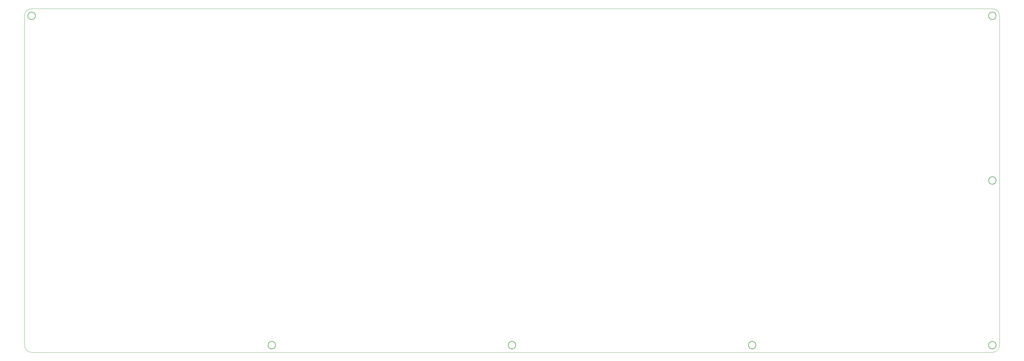
<source format=gm1>
G04 #@! TF.GenerationSoftware,KiCad,Pcbnew,(5.1.4)-1*
G04 #@! TF.CreationDate,2022-01-07T23:34:50-05:00*
G04 #@! TF.ProjectId,the_TOP-1,7468655f-544f-4502-9d31-2e6b69636164,rev?*
G04 #@! TF.SameCoordinates,Original*
G04 #@! TF.FileFunction,Profile,NP*
%FSLAX46Y46*%
G04 Gerber Fmt 4.6, Leading zero omitted, Abs format (unit mm)*
G04 Created by KiCad (PCBNEW (5.1.4)-1) date 2022-01-07 23:34:50*
%MOMM*%
%LPD*%
G04 APERTURE LIST*
%ADD10C,0.200000*%
%ADD11C,0.050000*%
G04 APERTURE END LIST*
D10*
X64352875Y-92868500D02*
G75*
G03X64352875Y-92868500I-1250000J0D01*
G01*
X144124750Y-92868500D02*
G75*
G03X144124750Y-92868500I-1250000J0D01*
G01*
X223896625Y-92868500D02*
G75*
G03X223896625Y-92868500I-1250000J0D01*
G01*
X303668500Y-38099750D02*
G75*
G03X303668500Y-38099750I-1250000J0D01*
G01*
X303668500Y16669000D02*
G75*
G03X303668500Y16669000I-1250000J0D01*
G01*
X303668500Y-92868500D02*
G75*
G03X303668500Y-92868500I-1250000J0D01*
G01*
X-15419000Y16669000D02*
G75*
G03X-15419000Y16669000I-1250000J0D01*
G01*
D11*
X-19050000Y16668750D02*
X-19050000Y-92868750D01*
X302418750Y19050000D02*
X-16668750Y19050000D01*
X304800000Y-92868750D02*
X304800000Y16668750D01*
X-16668750Y-95250000D02*
X302418750Y-95250000D01*
X-16668750Y-95250000D02*
G75*
G02X-19050000Y-92868750I0J2381250D01*
G01*
X-19050000Y16668750D02*
G75*
G02X-16668750Y19050000I2381250J0D01*
G01*
X302418750Y19050000D02*
G75*
G02X304800000Y16668750I0J-2381250D01*
G01*
X304800000Y-92868750D02*
G75*
G02X302418750Y-95250000I-2381250J0D01*
G01*
M02*

</source>
